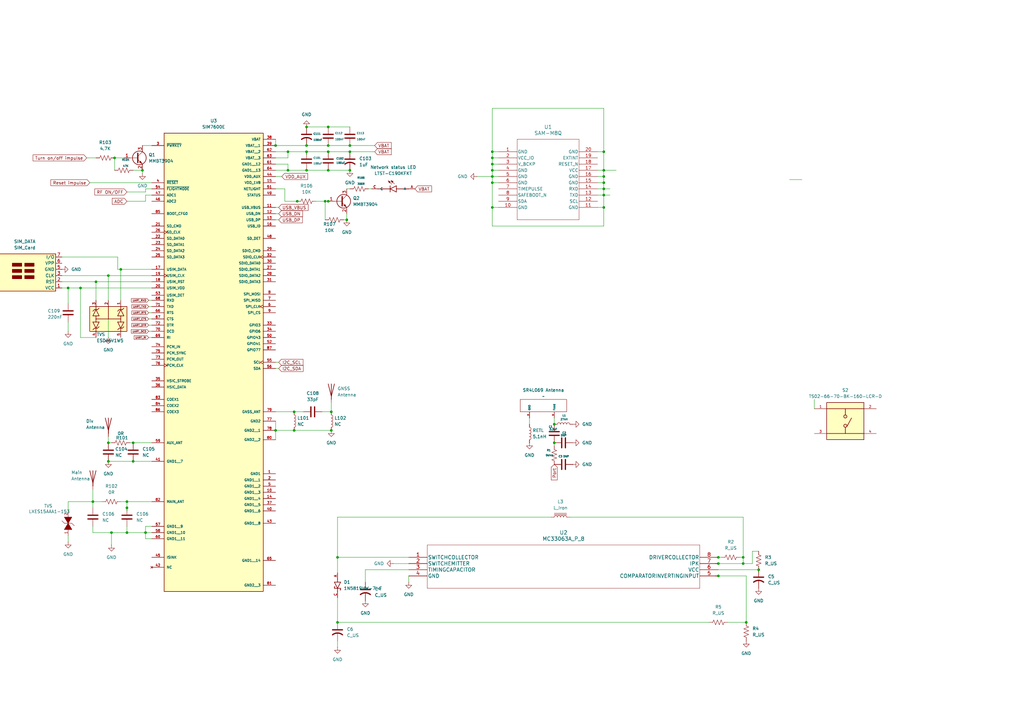
<source format=kicad_sch>
(kicad_sch (version 20250114) (generator "eeschema") (generator_version "9.0")
  (paper "A3")
  (lib_symbols
    (symbol "1N5819HW-7-F:1N5819HW-7-F" (pin_names (offset 1.016))
      (property "Reference" "D" (at -5.08 2.54 0))
      (property "Value" "1N5819HW-7-F" (at -5.08 -3.81 0))
      (symbol "1N5819HW-7-F_0_0"
        (pin passive line (at -5.08 0 0) (length 2.54) (name "~") (number "A"))
        (pin passive line (at 5.08 0 180) (length 2.54) (name "~") (number "C"))
      )
    )
    (symbol "2025-06-16_04-30-26:MC33063A_P_8" (pin_names (offset 0.254))
      (property "Reference" "U" (at 63.5 10.16 0))
      (property "Value" "MC33063A_P_8" (at 63.5 7.62 0))
      (symbol "MC33063A_P_8_1_1"
        (pin unspecified line (at 0 0 0) (length 7.62) (name "SWITCHCOLLECTOR") (number "1"))
        (pin unspecified line (at 0 -2.54 0) (length 7.62) (name "SWITCHEMITTER") (number "2"))
        (pin unspecified line (at 0 -5.08 0) (length 7.62) (name "TIMINGCAPACITOR") (number "3"))
        (pin unspecified line (at 0 -7.62 0) (length 7.62) (name "GND") (number "4"))
        (pin unspecified line (at 127 0 180) (length 7.62) (name "DRIVERCOLLECTOR") (number "8"))
        (pin unspecified line (at 127 -2.54 180) (length 7.62) (name "IPK") (number "7"))
        (pin unspecified line (at 127 -5.08 180) (length 7.62) (name "VCC") (number "6"))
        (pin unspecified line (at 127 -7.62 180) (length 7.62) (name "COMPARATORINVERTINGINPUT") (number "5"))
      )
    )
    (symbol "2025-06-16_21-13-40:SAM-M8Q" (pin_names (offset 0.254))
      (property "Reference" "U" (at 20.32 10.16 0))
      (property "Value" "SAM-M8Q" (at 20.32 7.62 0))
      (symbol "SAM-M8Q_0_1"
        (pin power_out line (at 0 0 0) (length 7.62) (name "GND") (number "1"))
        (pin power_in line (at 0 -2.54 0) (length 7.62) (name "VCC_IO") (number "2"))
        (pin unspecified line (at 0 -5.08 0) (length 7.62) (name "V_BCKP") (number "3"))
        (pin power_out line (at 0 -7.62 0) (length 7.62) (name "GND") (number "4"))
        (pin power_out line (at 0 -10.16 0) (length 7.62) (name "GND") (number "5"))
        (pin power_out line (at 0 -12.7 0) (length 7.62) (name "GND") (number "6"))
        (pin unspecified line (at 0 -15.24 0) (length 7.62) (name "TIMEPULSE") (number "7"))
        (pin unspecified line (at 0 -17.78 0) (length 7.62) (name "SAFEBOOT_N") (number "8"))
        (pin unspecified line (at 0 -20.32 0) (length 7.62) (name "SDA") (number "9"))
        (pin power_out line (at 0 -22.86 0) (length 7.62) (name "GND") (number "10"))
        (pin power_out line (at 40.64 0 180) (length 7.62) (name "GND") (number "20"))
        (pin unspecified line (at 40.64 -2.54 180) (length 7.62) (name "EXTINT") (number "19"))
        (pin unspecified line (at 40.64 -5.08 180) (length 7.62) (name "RESET_N") (number "18"))
        (pin power_in line (at 40.64 -7.62 180) (length 7.62) (name "VCC") (number "17"))
        (pin power_out line (at 40.64 -10.16 180) (length 7.62) (name "GND") (number "16"))
        (pin power_out line (at 40.64 -12.7 180) (length 7.62) (name "GND") (number "15"))
        (pin unspecified line (at 40.64 -15.24 180) (length 7.62) (name "RXD") (number "14"))
        (pin unspecified line (at 40.64 -20.32 180) (length 7.62) (name "SCL") (number "12"))
        (pin power_out line (at 40.64 -22.86 180) (length 7.62) (name "GND") (number "11"))
      )
      (symbol "SAM-M8Q_1_1"
        (pin unspecified line (at 40.64 -17.78 180) (length 7.62) (name "TXD") (number "13"))
      )
    )
    (symbol "Connector:SIM_Card"
      (property "Reference" "J" (at -2.54 12.7 0))
      (property "Value" "SIM_Card" (at -1.27 10.16 0))
      (symbol "SIM_Card_1_1"
        (pin power_in line (at -12.7 7.62 0) (length 2.54) (name "VCC") (number "1"))
        (pin input line (at -12.7 5.08 0) (length 2.54) (name "RST") (number "2"))
        (pin input line (at -12.7 2.54 0) (length 2.54) (name "CLK") (number "3"))
        (pin power_in line (at -12.7 0 0) (length 2.54) (name "GND") (number "5"))
        (pin input line (at -12.7 -2.54 0) (length 2.54) (name "VPP") (number "6"))
        (pin bidirectional line (at -12.7 -5.08 0) (length 2.54) (name "I/O") (number "7"))
      )
    )
    (symbol "Device:Antenna" (pin_numbers (hide yes)) (pin_names (offset 1.016) (hide yes))
      (property "Reference" "AE" (at -1.905 1.905 0))
      (property "Value" "Antenna" (at -1.905 0 0))
      (symbol "Antenna_1_1"
        (pin input line (at 0 -5.08 90) (length 2.54) (name "A") (number "1"))
      )
    )
    (symbol "Device:C" (pin_numbers (hide yes)) (pin_names (offset 0.254))
      (property "Reference" "C" (at 0.635 2.54 0))
      (property "Value" "C" (at 0.635 -2.54 0))
      (symbol "C_1_1"
        (pin passive line (at 0 3.81 270) (length 2.794) (name "~") (number "1"))
        (pin passive line (at 0 -3.81 90) (length 2.794) (name "~") (number "2"))
      )
    )
    (symbol "Device:C_US" (pin_numbers (hide yes)) (pin_names (offset 0.254) (hide yes))
      (property "Reference" "C" (at 0.635 2.54 0))
      (property "Value" "C_US" (at 0.635 -2.54 0))
      (symbol "C_US_1_1"
        (pin passive line (at 0 3.81 270) (length 2.794) (name "~") (number "1"))
        (pin passive line (at 0 -3.81 90) (length 3.302) (name "~") (number "2"))
      )
    )
    (symbol "Device:L" (pin_numbers (hide yes)) (pin_names (offset 1.016) (hide yes))
      (property "Reference" "L" (at -1.27 0 90))
      (property "Value" "L" (at 1.905 0 90))
      (symbol "L_1_1"
        (pin passive line (at 0 3.81 270) (length 1.27) (name "1") (number "1"))
        (pin passive line (at 0 -3.81 90) (length 1.27) (name "2") (number "2"))
      )
    )
    (symbol "Device:L_Iron" (pin_numbers (hide yes)) (pin_names (offset 1.016) (hide yes))
      (property "Reference" "L" (at -1.27 0 90))
      (property "Value" "L_Iron" (at 2.794 0 90))
      (symbol "L_Iron_1_1"
        (pin passive line (at 0 3.81 270) (length 1.27) (name "1") (number "1"))
        (pin passive line (at 0 -3.81 90) (length 1.27) (name "2") (number "2"))
      )
    )
    (symbol "Device:R_US" (pin_numbers (hide yes)) (pin_names (offset 0))
      (property "Reference" "R" (at 2.54 0 90))
      (property "Value" "R_US" (at -2.54 0 90))
      (symbol "R_US_1_1"
        (pin passive line (at 0 3.81 270) (length 1.27) (name "~") (number "1"))
        (pin passive line (at 0 -3.81 90) (length 1.27) (name "~") (number "2"))
      )
    )
    (symbol "ESDA6V1W5:ESDA6V1W5" (pin_names (offset 1.016))
      (property "Reference" "D" (at -5.08 8.89 0))
      (property "Value" "ESDA6V1W5" (at -5.08 -8.89 0))
      (symbol "ESDA6V1W5_0_0"
        (pin passive line (at -7.62 5.08 0) (length 2.54) (name "~") (number "1"))
        (pin passive line (at -7.62 0 0) (length 2.54) (name "~") (number "2"))
        (pin passive line (at -7.62 -5.08 0) (length 2.54) (name "~") (number "3"))
        (pin passive line (at 7.62 5.08 180) (length 2.54) (name "~") (number "5"))
        (pin passive line (at 7.62 -5.08 180) (length 2.54) (name "~") (number "4"))
      )
    )
    (symbol "LTST-C190KFKT:LTST-C190KFKT" (pin_names (offset 1.016))
      (property "Reference" "D" (at -2.0336 4.0671 0))
      (property "Value" "LTST-C190KFKT" (at -2.0335 -3.8128 0))
      (symbol "LTST-C190KFKT_0_0"
        (pin passive line (at -7.62 0 0) (length 2.54) (name "C") (number "C"))
        (pin passive line (at 10.16 0 180) (length 2.54) (name "A") (number "A"))
      )
    )
    (symbol "LXES15AAA1-153:LXES15AAA1-153" (pin_names (offset 1.016))
      (property "Reference" "L" (at -5.1057 4.4578 0))
      (property "Value" "LXES15AAA1-153" (at -5.0984 -5.0929 0))
      (symbol "LXES15AAA1-153_0_0"
        (pin passive line (at -5.08 0 0) (length 2.54) (name "~") (number "1"))
        (pin passive line (at 5.08 0 180) (length 2.54) (name "~") (number "2"))
      )
    )
    (symbol "SIM7600E_v6:SIM7600E" (pin_names (offset 1.016))
      (property "Reference" "U3" (at 0 73.66 0))
      (property "Value" "SIM7600E" (at 0 71.12 0))
      (symbol "SIM7600E_0_0"
        (pin input line (at -25.4 63.5 0) (length 5.08) (name "~{PWRKEY}") (number "3"))
        (pin input line (at -25.4 48.26 0) (length 5.08) (name "~{RESET}") (number "4"))
        (pin input line (at -25.4 45.72 0) (length 5.08) (name "~{FLIGHTMODE}") (number "54"))
        (pin input line (at -25.4 43.18 0) (length 5.08) (name "ADC1") (number "47"))
        (pin input line (at -25.4 40.64 0) (length 5.08) (name "ADC2") (number "46"))
        (pin input line (at -25.4 35.56 0) (length 5.08) (name "BOOT_CFG0") (number "85"))
        (pin output line (at -25.4 30.48 0) (length 5.08) (name "SD_CMD") (number "21"))
        (pin output clock (at -25.4 27.94 0) (length 5.08) (name "SD_CLK") (number "26"))
        (pin bidirectional line (at -25.4 25.4 0) (length 5.08) (name "SD_DATA0") (number "22"))
        (pin bidirectional line (at -25.4 22.86 0) (length 5.08) (name "SD_DATA1") (number "23"))
        (pin bidirectional line (at -25.4 20.32 0) (length 5.08) (name "SD_DATA2") (number "24"))
        (pin bidirectional line (at -25.4 17.78 0) (length 5.08) (name "SD_DATA3") (number "25"))
        (pin bidirectional line (at -25.4 12.7 0) (length 5.08) (name "USIM_DATA") (number "17"))
        (pin output clock (at -25.4 10.16 0) (length 5.08) (name "USIM_CLK") (number "19"))
        (pin output line (at -25.4 7.62 0) (length 5.08) (name "USIM_RST") (number "18"))
        (pin power_in line (at -25.4 5.08 0) (length 5.08) (name "USIM_VDD") (number "20"))
        (pin bidirectional line (at -25.4 2.08 0) (length 5.08) (name "USIM_DET") (number "53"))
        (pin input line (at -25.4 0 0) (length 5.08) (name "RXD") (number "68"))
        (pin output line (at -25.4 -2.54 0) (length 5.08) (name "TXD") (number "71"))
        (pin output line (at -25.4 -5.08 0) (length 5.08) (name "RTS") (number "66"))
        (pin input line (at -25.4 -7.62 0) (length 5.08) (name "CTS") (number "67"))
        (pin input line (at -25.4 -10.16 0) (length 5.08) (name "DTR") (number "72"))
        (pin output line (at -25.4 -12.7 0) (length 5.08) (name "DCD") (number "70"))
        (pin output line (at -25.4 -15.24 0) (length 5.08) (name "RI") (number "69"))
        (pin input line (at -25.4 -19.05 0) (length 5.08) (name "PCM_IN") (number "74"))
        (pin output line (at -25.4 -21.59 0) (length 5.08) (name "PCM_SYNC") (number "75"))
        (pin output line (at -25.4 -24.13 0) (length 5.08) (name "PCM_OUT") (number "73"))
        (pin output clock (at -25.4 -26.67 0) (length 5.08) (name "PCM_CLK") (number "76"))
        (pin output line (at -25.4 -33.02 0) (length 5.08) (name "HSIC_STROBE") (number "35"))
        (pin bidirectional line (at -25.4 -35.56 0) (length 5.08) (name "HSIC_DATA") (number "36"))
        (pin bidirectional line (at -25.4 -40.64 0) (length 5.08) (name "COEX1") (number "83"))
        (pin bidirectional line (at -25.4 -43.18 0) (length 5.08) (name "COEX2") (number "84"))
        (pin bidirectional line (at -25.4 -45.72 0) (length 5.08) (name "COEX3") (number "86"))
        (pin input line (at -25.4 -58.42 0) (length 5.08) (name "AUX_ANT") (number "59"))
        (pin power_in line (at -25.4 -66.04 0) (length 5.08) (name "GND1__7") (number "41"))
        (pin bidirectional line (at -25.4 -82.55 0) (length 5.08) (name "MAIN_ANT") (number "82"))
        (pin power_in line (at -25.4 -92.71 0) (length 5.08) (name "GND1__9") (number "57"))
        (pin power_in line (at -25.4 -95.25 0) (length 5.08) (name "GND1__10") (number "58"))
        (pin power_in line (at -25.4 -97.79 0) (length 5.08) (name "GND1__11") (number "60"))
        (pin input line (at -25.4 -105.41 0) (length 5.08) (name "ISINK") (number "45"))
        (pin no_connect line (at -25.4 -109.49 0) (length 5.08) (name "NC") (number "42"))
        (pin power_in line (at 25.4 66.04 180) (length 5.08) (name "VBAT") (number "38"))
        (pin power_in line (at 25.4 63.5 180) (length 5.08) (name "VBAT__1") (number "39"))
        (pin power_in line (at 25.4 60.96 180) (length 5.08) (name "VBAT__2") (number "62"))
        (pin power_in line (at 25.4 58.42 180) (length 5.08) (name "VBAT__3") (number "63"))
        (pin power_in line (at 25.4 55.88 180) (length 5.08) (name "GND1__12") (number "61"))
        (pin power_in line (at 25.4 53.34 180) (length 5.08) (name "GND1__13") (number "64"))
        (pin power_in line (at 25.4 50.8 180) (length 5.08) (name "VDD_AUX") (number "44"))
        (pin power_in line (at 25.4 48.26 180) (length 5.08) (name "VDD_1V8") (number "15"))
        (pin output line (at 25.4 45.72 180) (length 5.08) (name "NETLIGHT") (number "51"))
        (pin output line (at 25.4 43.18 180) (length 5.08) (name "STATUS") (number "49"))
        (pin input line (at 25.4 38.1 180) (length 5.08) (name "USB_VBUS") (number "11"))
        (pin bidirectional line (at 25.4 35.56 180) (length 5.08) (name "USB_DN") (number "12"))
        (pin bidirectional line (at 25.4 33.02 180) (length 5.08) (name "USB_DP") (number "13"))
        (pin input line (at 25.4 30.48 180) (length 5.08) (name "USB_ID") (number "16"))
        (pin bidirectional line (at 25.4 25.4 180) (length 5.08) (name "SD_DET") (number "48"))
        (pin output line (at 25.4 20.32 180) (length 5.08) (name "SDIO_CMD") (number "29"))
        (pin output clock (at 25.4 17.78 180) (length 5.08) (name "SDIO_CLK") (number "32"))
        (pin bidirectional line (at 25.4 15.24 180) (length 5.08) (name "SDIO_DATA0") (number "30"))
        (pin bidirectional line (at 25.4 12.7 180) (length 5.08) (name "SDIO_DATA1") (number "27"))
        (pin bidirectional line (at 25.4 10.16 180) (length 5.08) (name "SDIO_DATA2") (number "28"))
        (pin bidirectional line (at 25.4 7.62 180) (length 5.08) (name "SDIO_DATA3") (number "31"))
        (pin output line (at 25.4 2.54 180) (length 5.08) (name "SPI_MOSI") (number "8"))
        (pin input line (at 25.4 0 180) (length 5.08) (name "SPI_MISO") (number "7"))
        (pin output clock (at 25.4 -2.54 180) (length 5.08) (name "SPI_CLK") (number "6"))
        (pin output line (at 25.4 -5.08 180) (length 5.08) (name "SPI_CS") (number "9"))
        (pin bidirectional line (at 25.4 -10.16 180) (length 5.08) (name "GPIO3") (number "33"))
        (pin bidirectional line (at 25.4 -12.7 180) (length 5.08) (name "GPIO6") (number "34"))
        (pin bidirectional line (at 25.4 -15.24 180) (length 5.08) (name "GPIO43") (number "50"))
        (pin bidirectional line (at 25.4 -17.78 180) (length 5.08) (name "GPIO41") (number "52"))
        (pin bidirectional line (at 25.4 -20.32 180) (length 5.08) (name "GPIO77") (number "87"))
        (pin output clock (at 25.4 -25.4 180) (length 5.08) (name "SCL") (number "55"))
        (pin bidirectional line (at 25.4 -27.94 180) (length 5.08) (name "SDA") (number "56"))
        (pin input line (at 25.4 -45.72 180) (length 5.08) (name "GNSS_ANT") (number "79"))
        (pin power_in line (at 25.4 -49.53 180) (length 5.08) (name "GND2") (number "77"))
        (pin power_in line (at 25.4 -53.34 180) (length 5.08) (name "GND2__1") (number "78"))
        (pin power_in line (at 25.4 -71.12 180) (length 5.08) (name "GND1") (number "1"))
        (pin power_in line (at 25.4 -73.66 180) (length 5.08) (name "GND1__1") (number "2"))
        (pin power_in line (at 25.4 -76.2 180) (length 5.08) (name "GND1__2") (number "5"))
        (pin power_in line (at 25.4 -78.74 180) (length 5.08) (name "GND1__3") (number "10"))
        (pin power_in line (at 25.4 -81.28 180) (length 5.08) (name "GND1__4") (number "14"))
        (pin power_in line (at 25.4 -83.82 180) (length 5.08) (name "GND1__5") (number "37"))
        (pin power_in line (at 25.4 -86.36 180) (length 5.08) (name "GND1__6") (number "40"))
        (pin power_in line (at 25.4 -91.44 180) (length 5.08) (name "GND1__8") (number "43"))
        (pin power_in line (at 25.4 -106.68 180) (length 5.08) (name "GND1__14") (number "65"))
        (pin power_in line (at 25.4 -116.84 180) (length 5.08) (name "GND2__3") (number "81"))
      )
      (symbol "SIM7600E_1_0"
        (pin power_in line (at 25.4 -57.15 180) (length 5.08) (name "GND2__2") (number "80"))
      )
    )
    (symbol "TS02-66-70-BK-160-LCR-D:TS02-66-70-BK-160-LCR-D" (pin_names (offset 1.016) (hide yes))
      (property "Reference" "S" (at -7.62 8.382 0))
      (property "Value" "TS02-66-70-BK-160-LCR-D" (at -7.62 -8.382 0))
      (symbol "TS02-66-70-BK-160-LCR-D_0_0"
        (pin passive line (at -12.7 5.08 0) (length 5.08) (name "~") (number "1"))
        (pin passive line (at -12.7 -5.08 0) (length 5.08) (name "~") (number "3"))
        (pin passive line (at 12.7 5.08 180) (length 5.08) (name "~") (number "2"))
        (pin passive line (at 12.7 -5.08 180) (length 5.08) (name "~") (number "4"))
      )
    )
    (symbol "Transistor_BJT:MMBT3904" (pin_names (offset 0) (hide yes))
      (property "Reference" "Q" (at 5.08 1.905 0))
      (property "Value" "MMBT3904" (at 5.08 0 0))
      (symbol "MMBT3904_1_1"
        (pin input line (at -5.08 0 0) (length 2.54) (name "B") (number "1"))
        (pin passive line (at 2.54 5.08 270) (length 2.54) (name "C") (number "3"))
        (pin passive line (at 2.54 -5.08 90) (length 2.54) (name "E") (number "2"))
      )
    )
    (symbol "power:GND" (power) (pin_numbers (hide yes)) (pin_names (offset 0) (hide yes))
      (property "Value" "GND" (at 0 -3.81 0))
      (symbol "GND_1_1"
        (pin power_in line (at 0 0 270) (length 0) (name "~") (number "1"))
      )
    )
    (symbol "sim7600:SR4L069"
      (property "Reference" "A" (at 0 0 0))
      (symbol "SR4L069_1_1"
        (pin bidirectional line (at -6.35 -11.43 90) (length 2.54) (name "GND") (number "2"))
        (pin bidirectional line (at 3.81 -11.43 90) (length 2.54) (name "Feed") (number "5"))
      )
    )
  )
  (junction (at 135.89 168.91))
  (junction (at 125.73 69.85))
  (junction (at 134.62 59.69))
  (junction (at 138.43 228.6))
  (junction (at 46.99 64.77))
  (junction (at 247.65 85.09))
  (junction (at 120.65 168.91))
  (junction (at 304.8 228.6))
  (junction (at 247.65 77.47))
  (junction (at 133.35 82.55))
  (junction (at 44.45 181.61))
  (junction (at 27.94 118.11))
  (junction (at 247.65 69.85))
  (junction (at 311.15 233.68))
  (junction (at 45.72 218.44))
  (junction (at 125.73 59.69))
  (junction (at 52.07 205.74))
  (junction (at 134.62 52.07))
  (junction (at 201.93 69.85))
  (junction (at 121.92 82.55))
  (junction (at 201.93 64.77))
  (junction (at 247.65 62.23))
  (junction (at 247.65 74.93))
  (junction (at 138.43 255.27))
  (junction (at 59.69 218.44))
  (junction (at 201.93 74.93))
  (junction (at 247.65 72.39))
  (junction (at 44.45 189.23))
  (junction (at 125.73 62.23))
  (junction (at 201.93 62.23))
  (junction (at 142.24 90.17))
  (junction (at 44.45 113.03))
  (junction (at 294.64 236.22))
  (junction (at 135.89 176.53))
  (junction (at 304.8 231.14))
  (junction (at 306.07 255.27))
  (junction (at 118.11 69.85))
  (junction (at 118.11 62.23))
  (junction (at 294.64 228.6))
  (junction (at 33.02 118.11))
  (junction (at 143.51 62.23))
  (junction (at 49.53 110.49))
  (junction (at 39.37 115.57))
  (junction (at 125.73 52.07))
  (junction (at 134.62 82.55))
  (junction (at 143.51 69.85))
  (junction (at 201.93 72.39))
  (junction (at 294.64 231.14))
  (junction (at 227.33 181.61))
  (junction (at 134.62 62.23))
  (junction (at 134.62 69.85))
  (junction (at 54.61 181.61))
  (junction (at 201.93 85.09))
  (junction (at 52.07 218.44))
  (junction (at 52.07 208.28))
  (junction (at 143.51 59.69))
  (junction (at 58.42 69.85))
  (junction (at 38.1 205.74))
  (junction (at 54.61 189.23))
  (junction (at 113.03 176.53))
  (junction (at 247.65 80.01))
  (junction (at 113.03 59.69))
  (junction (at 227.33 173.99))
  (junction (at 120.65 176.53))
  (junction (at 201.93 67.31))
  (wire (pts (xy 134.62 59.69) (xy 143.51 59.69)))
  (wire (pts (xy 60.96 128.27) (xy 62.23 128.27)))
  (wire (pts (xy 138.43 228.6) (xy 138.43 234.95)))
  (wire (pts (xy 60.96 133.35) (xy 62.23 133.35)))
  (wire (pts (xy 134.62 62.23) (xy 143.51 62.23)))
  (wire (pts (xy 247.65 74.93) (xy 245.11 74.93)))
  (wire (pts (xy 304.8 231.14) (xy 308.61 231.14)))
  (wire (pts (xy 62.23 220.98) (xy 59.69 220.98)))
  (wire (pts (xy 60.96 125.73) (xy 62.23 125.73)))
  (wire (pts (xy 62.23 77.47) (xy 59.69 77.47)))
  (wire (pts (xy 247.65 80.01) (xy 247.65 77.47)))
  (wire (pts (xy 44.45 113.03) (xy 44.45 123.19)))
  (wire (pts (xy 62.23 205.74) (xy 52.07 205.74)))
  (wire (pts (xy 60.96 123.19) (xy 62.23 123.19)))
  (wire (pts (xy 52.07 78.74) (xy 59.69 78.74)))
  (wire (pts (xy 113.03 57.15) (xy 113.03 59.69)))
  (wire (pts (xy 113.03 62.23) (xy 118.11 62.23)))
  (wire (pts (xy 201.93 67.31) (xy 201.93 69.85)))
  (wire (pts (xy 25.4 105.41) (xy 48.26 105.41)))
  (wire (pts (xy 247.65 80.01) (xy 250.19 80.01)))
  (wire (pts (xy 308.61 231.14) (xy 308.61 226.06)))
  (wire (pts (xy 201.93 74.93) (xy 201.93 85.09)))
  (wire (pts (xy 59.69 218.44) (xy 62.23 218.44)))
  (wire (pts (xy 304.8 228.6) (xy 304.8 231.14)))
  (wire (pts (xy 113.03 151.13) (xy 114.3 151.13)))
  (wire (pts (xy 135.89 165.1) (xy 135.89 168.91)))
  (wire (pts (xy 294.64 233.68) (xy 311.15 233.68)))
  (wire (pts (xy 113.03 77.47) (xy 116.84 77.47)))
  (wire (pts (xy 293.37 236.22) (xy 294.64 236.22)))
  (wire (pts (xy 58.42 69.85) (xy 58.42 71.12)))
  (wire (pts (xy 247.65 74.93) (xy 247.65 72.39)))
  (wire (pts (xy 138.43 245.11) (xy 138.43 255.27)))
  (wire (pts (xy 27.94 118.11) (xy 33.02 118.11)))
  (wire (pts (xy 45.72 218.44) (xy 52.07 218.44)))
  (wire (pts (xy 334.01 167.64) (xy 334.01 163.83)))
  (wire (pts (xy 143.51 59.69) (xy 153.67 59.69)))
  (wire (pts (xy 54.61 69.85) (xy 58.42 69.85)))
  (wire (pts (xy 27.94 219.71) (xy 27.94 222.25)))
  (wire (pts (xy 247.65 72.39) (xy 245.11 72.39)))
  (wire (pts (xy 204.47 74.93) (xy 201.93 74.93)))
  (wire (pts (xy 59.69 215.9) (xy 62.23 215.9)))
  (wire (pts (xy 132.08 168.91) (xy 135.89 168.91)))
  (wire (pts (xy 247.65 69.85) (xy 245.11 69.85)))
  (wire (pts (xy 35.56 64.77) (xy 39.37 64.77)))
  (wire (pts (xy 142.24 87.63) (xy 142.24 90.17)))
  (wire (pts (xy 113.03 69.85) (xy 118.11 69.85)))
  (wire (pts (xy 227.33 173.99) (xy 227.33 176.53)))
  (wire (pts (xy 46.99 64.77) (xy 50.8 64.77)))
  (wire (pts (xy 54.61 189.23) (xy 62.23 189.23)))
  (wire (pts (xy 39.37 115.57) (xy 39.37 123.19)))
  (wire (pts (xy 118.11 69.85) (xy 125.73 69.85)))
  (wire (pts (xy 113.03 85.09) (xy 114.3 85.09)))
  (wire (pts (xy 27.94 205.74) (xy 27.94 209.55)))
  (wire (pts (xy 138.43 212.09) (xy 138.43 228.6)))
  (wire (pts (xy 201.93 67.31) (xy 204.47 67.31)))
  (wire (pts (xy 201.93 69.85) (xy 204.47 69.85)))
  (wire (pts (xy 52.07 205.74) (xy 52.07 208.28)))
  (wire (pts (xy 52.07 208.28) (xy 52.07 209.55)))
  (wire (pts (xy 303.53 228.6) (xy 304.8 228.6)))
  (wire (pts (xy 33.02 138.43) (xy 33.02 118.11)))
  (wire (pts (xy 201.93 85.09) (xy 201.93 92.71)))
  (wire (pts (xy 45.72 181.61) (xy 44.45 181.61)))
  (wire (pts (xy 247.65 85.09) (xy 247.65 80.01)))
  (wire (pts (xy 294.64 236.22) (xy 306.07 236.22)))
  (wire (pts (xy 247.65 62.23) (xy 247.65 44.45)))
  (wire (pts (xy 293.37 228.6) (xy 294.64 228.6)))
  (wire (pts (xy 38.1 218.44) (xy 45.72 218.44)))
  (wire (pts (xy 201.93 62.23) (xy 201.93 64.77)))
  (wire (pts (xy 294.64 228.6) (xy 295.91 228.6)))
  (wire (pts (xy 247.65 85.09) (xy 245.11 85.09)))
  (wire (pts (xy 120.65 168.91) (xy 124.46 168.91)))
  (wire (pts (xy 294.64 231.14) (xy 304.8 231.14)))
  (wire (pts (xy 195.58 72.39) (xy 201.93 72.39)))
  (wire (pts (xy 49.53 205.74) (xy 52.07 205.74)))
  (wire (pts (xy 113.03 148.59) (xy 114.3 148.59)))
  (wire (pts (xy 149.86 233.68) (xy 149.86 238.76)))
  (wire (pts (xy 306.07 255.27) (xy 306.07 236.22)))
  (wire (pts (xy 59.69 77.47) (xy 59.69 78.74)))
  (wire (pts (xy 134.62 52.07) (xy 143.51 52.07)))
  (wire (pts (xy 44.45 189.23) (xy 54.61 189.23)))
  (wire (pts (xy 59.69 215.9) (xy 59.69 218.44)))
  (wire (pts (xy 113.03 172.72) (xy 113.03 176.53)))
  (wire (pts (xy 118.11 62.23) (xy 118.11 64.77)))
  (wire (pts (xy 113.03 87.63) (xy 114.3 87.63)))
  (wire (pts (xy 138.43 262.89) (xy 138.43 265.43)))
  (wire (pts (xy 293.37 231.14) (xy 294.64 231.14)))
  (wire (pts (xy 201.93 72.39) (xy 204.47 72.39)))
  (wire (pts (xy 44.45 113.03) (xy 62.23 113.03)))
  (wire (pts (xy 233.68 212.09) (xy 304.8 212.09)))
  (wire (pts (xy 39.37 138.43) (xy 33.02 138.43)))
  (wire (pts (xy 217.17 171.45) (xy 217.17 173.99)))
  (wire (pts (xy 54.61 181.61) (xy 53.34 181.61)))
  (wire (pts (xy 52.07 82.55) (xy 59.69 82.55)))
  (wire (pts (xy 39.37 115.57) (xy 62.23 115.57)))
  (wire (pts (xy 138.43 212.09) (xy 226.06 212.09)))
  (wire (pts (xy 134.62 82.55) (xy 135.89 82.55)))
  (wire (pts (xy 60.96 135.89) (xy 62.23 135.89)))
  (wire (pts (xy 125.73 62.23) (xy 125.73 63.5)))
  (wire (pts (xy 151.13 77.47) (xy 152.4 77.47)))
  (wire (pts (xy 201.93 44.45) (xy 201.93 62.23)))
  (wire (pts (xy 113.03 59.69) (xy 125.73 59.69)))
  (wire (pts (xy 138.43 255.27) (xy 290.83 255.27)))
  (wire (pts (xy 48.26 110.49) (xy 49.53 110.49)))
  (wire (pts (xy 247.65 69.85) (xy 247.65 62.23)))
  (wire (pts (xy 60.96 130.81) (xy 62.23 130.81)))
  (wire (pts (xy 134.62 69.85) (xy 143.51 69.85)))
  (wire (pts (xy 52.07 215.9) (xy 52.07 218.44)))
  (wire (pts (xy 59.69 80.01) (xy 59.69 82.55)))
  (wire (pts (xy 38.1 200.66) (xy 38.1 205.74)))
  (wire (pts (xy 121.92 82.55) (xy 123.19 82.55)))
  (wire (pts (xy 113.03 67.31) (xy 118.11 67.31)))
  (wire (pts (xy 201.93 85.09) (xy 204.47 85.09)))
  (wire (pts (xy 27.94 118.11) (xy 27.94 124.46)))
  (wire (pts (xy 247.65 92.71) (xy 247.65 85.09)))
  (wire (pts (xy 25.4 115.57) (xy 39.37 115.57)))
  (wire (pts (xy 46.99 64.77) (xy 46.99 69.85)))
  (wire (pts (xy 227.33 181.61) (xy 227.33 182.88)))
  (wire (pts (xy 49.53 110.49) (xy 49.53 123.19)))
  (wire (pts (xy 44.45 130.81) (xy 44.45 138.43)))
  (wire (pts (xy 247.65 62.23) (xy 245.11 62.23)))
  (wire (pts (xy 133.35 82.55) (xy 133.35 90.17)))
  (wire (pts (xy 58.42 59.69) (xy 62.23 59.69)))
  (wire (pts (xy 113.03 168.91) (xy 120.65 168.91)))
  (wire (pts (xy 167.64 233.68) (xy 149.86 233.68)))
  (wire (pts (xy 201.93 64.77) (xy 204.47 64.77)))
  (wire (pts (xy 247.65 44.45) (xy 201.93 44.45)))
  (wire (pts (xy 118.11 62.23) (xy 125.73 62.23)))
  (wire (pts (xy 113.03 176.53) (xy 113.03 180.34)))
  (wire (pts (xy 142.24 77.47) (xy 143.51 77.47)))
  (wire (pts (xy 140.97 90.17) (xy 142.24 90.17)))
  (wire (pts (xy 49.53 110.49) (xy 62.23 110.49)))
  (wire (pts (xy 125.73 52.07) (xy 134.62 52.07)))
  (wire (pts (xy 116.84 82.55) (xy 121.92 82.55)))
  (wire (pts (xy 247.65 77.47) (xy 245.11 77.47)))
  (wire (pts (xy 25.4 118.11) (xy 27.94 118.11)))
  (wire (pts (xy 245.11 80.01) (xy 247.65 80.01)))
  (wire (pts (xy 201.93 64.77) (xy 201.93 67.31)))
  (wire (pts (xy 311.15 233.68) (xy 311.15 234.95)))
  (wire (pts (xy 204.47 62.23) (xy 201.93 62.23)))
  (wire (pts (xy 59.69 218.44) (xy 59.69 220.98)))
  (wire (pts (xy 125.73 69.85) (xy 134.62 69.85)))
  (wire (pts (xy 304.8 212.09) (xy 304.8 228.6)))
  (wire (pts (xy 167.64 236.22) (xy 167.64 238.76)))
  (wire (pts (xy 298.45 255.27) (xy 306.07 255.27)))
  (wire (pts (xy 167.64 228.6) (xy 138.43 228.6)))
  (wire (pts (xy 113.03 64.77) (xy 118.11 64.77)))
  (wire (pts (xy 38.1 205.74) (xy 27.94 205.74)))
  (wire (pts (xy 201.93 92.71) (xy 247.65 92.71)))
  (wire (pts (xy 52.07 218.44) (xy 59.69 218.44)))
  (wire (pts (xy 25.4 113.03) (xy 44.45 113.03)))
  (wire (pts (xy 328.93 73.66) (xy 323.85 73.66)))
  (wire (pts (xy 247.65 77.47) (xy 250.19 77.47)))
  (wire (pts (xy 201.93 69.85) (xy 201.93 72.39)))
  (wire (pts (xy 36.83 74.93) (xy 62.23 74.93)))
  (wire (pts (xy 120.65 176.53) (xy 135.89 176.53)))
  (wire (pts (xy 41.91 205.74) (xy 38.1 205.74)))
  (wire (pts (xy 125.73 59.69) (xy 134.62 59.69)))
  (wire (pts (xy 113.03 176.53) (xy 120.65 176.53)))
  (wire (pts (xy 161.29 231.14) (xy 167.64 231.14)))
  (wire (pts (xy 116.84 77.47) (xy 116.84 82.55)))
  (wire (pts (xy 308.61 226.06) (xy 311.15 226.06)))
  (wire (pts (xy 113.03 90.17) (xy 114.3 90.17)))
  (wire (pts (xy 27.94 132.08) (xy 27.94 135.89)))
  (wire (pts (xy 201.93 72.39) (xy 201.93 74.93)))
  (wire (pts (xy 48.26 105.41) (xy 48.26 110.49)))
  (wire (pts (xy 129.54 82.55) (xy 133.35 82.55)))
  (wire (pts (xy 38.1 205.74) (xy 38.1 208.28)))
  (wire (pts (xy 33.02 118.11) (xy 62.23 118.11)))
  (wire (pts (xy 133.35 82.55) (xy 134.62 82.55)))
  (wire (pts (xy 44.45 179.07) (xy 44.45 181.61)))
  (wire (pts (xy 247.65 77.47) (xy 247.65 74.93)))
  (wire (pts (xy 227.33 171.45) (xy 227.33 173.99)))
  (wire (pts (xy 62.23 181.61) (xy 54.61 181.61)))
  (wire (pts (xy 60.96 138.43) (xy 62.23 138.43)))
  (wire (pts (xy 45.72 218.44) (xy 45.72 223.52)))
  (wire (pts (xy 38.1 215.9) (xy 38.1 218.44)))
  (wire (pts (xy 247.65 69.85) (xy 252.73 69.85)))
  (wire (pts (xy 113.03 72.39) (xy 115.57 72.39)))
  (wire (pts (xy 118.11 69.85) (xy 118.11 67.31)))
  (wire (pts (xy 62.23 80.01) (xy 59.69 80.01)))
  (wire (pts (xy 143.51 62.23) (xy 153.67 62.23)))
  (wire (pts (xy 125.73 62.23) (xy 134.62 62.23)))
  (wire (pts (xy 247.65 72.39) (xy 247.65 69.85)))
  (global_label "UART_CTS" (shape input) (at 60.96 130.81 180) (effects (font (size 0.762 0.762))) (property "Intersheetrefs" "${INTERSHEET_REFS}" (effects (hide yes))))
  (global_label "UART_DCD" (shape input) (at 60.96 135.89 180) (effects (font (size 0.762 0.762))) (property "Intersheetrefs" "${INTERSHEET_REFS}" (effects (hide yes))))
  (global_label "USB_DN" (shape input) (at 114.3 87.63 0) (property "Intersheetrefs" "${INTERSHEET_REFS}" (effects (hide yes))))
  (global_label "USB_VBUS" (shape input) (at 114.3 85.09 0) (property "Intersheetrefs" "${INTERSHEET_REFS}" (effects (hide yes))))
  (global_label "VBAT" (shape input) (at 170.18 77.47 0) (property "Intersheetrefs" "${INTERSHEET_REFS}" (effects (hide yes))))
  (global_label "UART_RI" (shape input) (at 60.96 138.43 180) (effects (font (size 0.762 0.762))) (property "Intersheetrefs" "${INTERSHEET_REFS}" (effects (hide yes))))
  (global_label "ADC" (shape input) (at 52.07 82.55 180) (property "Intersheetrefs" "${INTERSHEET_REFS}" (effects (hide yes))))
  (global_label "UART_RXD" (shape input) (at 60.96 123.19 180) (effects (font (size 0.762 0.762))) (property "Intersheetrefs" "${INTERSHEET_REFS}" (effects (hide yes))))
  (global_label "VBAT" (shape input) (at 153.67 62.23 0) (property "Intersheetrefs" "${INTERSHEET_REFS}" (effects (hide yes))))
  (global_label "RF ON{slash}OFF" (shape input) (at 52.07 78.74 180) (property "Intersheetrefs" "${INTERSHEET_REFS}" (effects (hide yes))))
  (global_label "Reset impulse" (shape input) (at 36.83 74.93 180) (property "Intersheetrefs" "${INTERSHEET_REFS}" (effects (hide yes))))
  (global_label "I2C_SDA" (shape input) (at 114.3 151.13 0) (property "Intersheetrefs" "${INTERSHEET_REFS}" (effects (hide yes))))
  (global_label "VBAT" (shape input) (at 153.67 59.69 0) (property "Intersheetrefs" "${INTERSHEET_REFS}" (effects (hide yes))))
  (global_label "UART_TXD" (shape input) (at 60.96 125.73 180) (effects (font (size 0.762 0.762))) (property "Intersheetrefs" "${INTERSHEET_REFS}" (effects (hide yes))))
  (global_label "UART_RTS" (shape input) (at 60.96 128.27 180) (effects (font (size 0.762 0.762))) (property "Intersheetrefs" "${INTERSHEET_REFS}" (effects (hide yes))))
  (global_label "UART_DTR" (shape input) (at 60.96 133.35 180) (effects (font (size 0.762 0.762))) (property "Intersheetrefs" "${INTERSHEET_REFS}" (effects (hide yes))))
  (global_label "I2C_SCL" (shape input) (at 114.3 148.59 0) (property "Intersheetrefs" "${INTERSHEET_REFS}" (effects (hide yes))))
  (global_label "USB_DP" (shape input) (at 114.3 90.17 0) (property "Intersheetrefs" "${INTERSHEET_REFS}" (effects (hide yes))))
  (global_label "Turn on{slash}off impulse" (shape input) (at 35.56 64.77 180) (property "Intersheetrefs" "${INTERSHEET_REFS}" (effects (hide yes))))
  (global_label "VDD_AUX" (shape input) (at 115.57 72.39 0) (property "Intersheetrefs" "${INTERSHEET_REFS}" (effects (hide yes))))
  (global_label "Port" (shape input) (at 227.33 190.5 270) (property "Intersheetrefs" "${INTERSHEET_REFS}" (effects (hide yes))))
  (symbol (lib_id "Device:R_US") (at 147.32 77.47 90) (unit 1)
    (property "Reference" "R105" (at 148.082 72.898 90) (effects (font (size 0.762 0.762))))
    (property "Value" "300R" (at 148.082 75.438 90) (effects (font (size 0.762 0.762))))
    (property "Description" "Resistor, US symbol" (effects (hide yes)))
  )
  (symbol (lib_id "Device:C") (at 54.61 185.42 0) (unit 1)
    (property "Reference" "C105" (at 58.42 184.1499 0) (effects (justify left)))
    (property "Value" "NC" (at 58.42 186.6899 0) (effects (justify left)))
    (property "Description" "Unpolarized capacitor" (effects (hide yes)))
  )
  (symbol (lib_id "power:GND") (at 167.64 238.76 0) (unit 1)
    (property "Reference" "#PWR018" (effects (hide yes)))
    (property "Value" "GND" (at 167.64 243.84 0))
    (property "Description" "Power symbol creates a global label with name \"GND\" , ground" (effects (hide yes)))
  )
  (symbol (lib_id "Device:L") (at 217.17 177.8 0) (unit 1)
    (property "Reference" "RETL" (at 218.44 176.5299 0) (effects (justify left)))
    (property "Value" "5.1nH" (at 218.44 179.0699 0) (effects (justify left)))
    (property "Description" "Inductor" (effects (hide yes)))
  )
  (symbol (lib_id "power:GND") (at 306.07 262.89 0) (unit 1)
    (property "Reference" "#PWR021" (effects (hide yes)))
    (property "Value" "GND" (at 306.07 267.97 0))
    (property "Description" "Power symbol creates a global label with name \"GND\" , ground" (effects (hide yes)))
  )
  (symbol (lib_id "power:GND") (at 125.73 52.07 180) (unit 1)
    (property "Reference" "#PWR011" (effects (hide yes)))
    (property "Value" "GND" (at 125.73 46.99 0))
    (property "Description" "Power symbol creates a global label with name \"GND\" , ground" (effects (hide yes)))
  )
  (symbol (lib_id "Device:Antenna") (at 38.1 195.58 0) (unit 1)
    (property "Reference" "Main" (at 29.21 193.802 0) (effects (justify left)))
    (property "Value" "Antenna" (at 29.21 196.342 0) (effects (justify left)))
    (property "Description" "Antenna" (effects (hide yes)))
  )
  (symbol (lib_id "Device:C_US") (at 138.43 259.08 0) (unit 1)
    (property "Reference" "C6" (at 142.24 258.0639 0) (effects (justify left)))
    (property "Value" "C_US" (at 142.24 260.6039 0) (effects (justify left)))
    (property "Description" "capacitor, US symbol" (effects (hide yes)))
  )
  (symbol (lib_id "Device:Antenna") (at 44.45 173.99 0) (unit 1)
    (property "Reference" "Div" (at 35.306 172.72 0) (effects (justify left)))
    (property "Value" "Antenna" (at 35.306 175.26 0) (effects (justify left)))
    (property "Description" "Antenna" (effects (hide yes)))
  )
  (symbol (lib_id "Device:R_US") (at 137.16 90.17 90) (unit 1)
    (property "Reference" "R107" (at 135.128 91.948 90))
    (property "Value" "10K" (at 135.128 94.488 90))
    (property "Description" "Resistor, US symbol" (effects (hide yes)))
  )
  (symbol (lib_id "LXES15AAA1-153:LXES15AAA1-153") (at 27.94 214.63 90) (unit 1)
    (property "Reference" "TVS" (at 18.034 207.518 90) (effects (justify right)))
    (property "Value" "LXES15AAA1-153" (at 28.702 209.804 90) (effects (justify left)))
    (property "Footprint" "LXES15AAA1-153:INDC1005X45" (effects (hide yes)))
    (property "MF" "Murata" (effects (hide yes)))
    (property "DESCRIPTION" "ESD Suppressor TVS 4V 2-Pin Case 0402 T/R" (effects (hide yes)))
    (property "PACKAGE" "0402 Murata" (effects (hide yes)))
    (property "PRICE" "0.14 USD" (effects (hide yes)))
    (property "MP" "LXES15AAA1-153" (effects (hide yes)))
    (property "AVAILABILITY" "Good" (effects (hide yes)))
  )
  (symbol (lib_id "Device:C") (at 231.14 181.61 90) (unit 1)
    (property "Reference" "C2" (at 231.394 177.546 90) (effects (font (size 0.762 0.762))))
    (property "Value" "DNP" (at 231.14 178.562 90) (effects (font (size 0.762 0.762))))
    (property "Description" "Unpolarized capacitor" (effects (hide yes)))
  )
  (symbol (lib_id "sim7600:SR4L069") (at 223.52 160.02 0) (unit 1)
    (property "Reference" "SR4L069 Antenna" (at 222.885 160.02 0))
    (property "Value" "~" (at 222.885 162.56 0))
  )
  (symbol (lib_id "power:GND") (at 143.51 69.85 0) (unit 1)
    (property "Reference" "#PWR03" (effects (hide yes)))
    (property "Value" "GND" (at 143.51 74.93 0))
    (property "Description" "Power symbol creates a global label with name \"GND\" , ground" (effects (hide yes)))
  )
  (symbol (lib_id "LTST-C190KFKT:LTST-C190KFKT") (at 160.02 77.47 0) (unit 1)
    (property "Reference" "Network status LED" (at 161.29 68.58 0))
    (property "Value" "LTST-C190KFKT" (at 161.29 71.12 0))
    (property "Footprint" "LTST-C190KFKT:LEDM1608X80" (effects (hide yes)))
    (property "MANUFACTURER" "Lite On" (effects (hide yes)))
  )
  (symbol (lib_id "SIM7600E_v6:SIM7600E") (at 87.63 123.19 0) (unit 1)
    (property "Reference" "U3" (at 87.63 49.53 0))
    (property "Value" "SIM7600E" (at 87.63 52.07 0))
    (property "Footprint" "SIM7600E:XCVR_SIM7600E" (effects (hide yes)))
    (property "PARTREV" "V1.03" (effects (hide yes)))
    (property "STANDARD" "Manufacturer recommendations" (effects (hide yes)))
    (property "MAXIMUM_PACKAGE_HEIGHT" "3.10 mm" (effects (hide yes)))
    (property "MANUFACTURER" "SIMCom" (effects (hide yes)))
  )
  (symbol (lib_id "TS02-66-70-BK-160-LCR-D:TS02-66-70-BK-160-LCR-D") (at 346.71 172.72 0) (unit 1)
    (property "Reference" "S2" (at 346.71 160.02 0))
    (property "Value" "TS02-66-70-BK-160-LCR-D" (at 346.71 162.56 0))
    (property "Footprint" "SW_TS02-66-70-BK-160-LCR-D" (effects (hide yes)))
    (property "PARTREV" "1.0" (effects (hide yes)))
    (property "MANUFACTURER" "CUI Devices" (effects (hide yes)))
    (property "STANDARD" "Manufacturer Recommendations" (effects (hide yes)))
  )
  (symbol (lib_id "Device:R_US") (at 227.33 186.69 0) (unit 1)
    (property "Reference" "R1" (at 224.282 184.658 0) (effects (font (size 0.762 0.762)) (justify left)))
    (property "Value" "0ohm" (at 223.774 186.69 0) (effects (font (size 0.762 0.762)) (justify left)))
    (property "Description" "Resistor, US symbol" (effects (hide yes)))
  )
  (symbol (lib_id "Device:C") (at 52.07 212.09 0) (unit 1)
    (property "Reference" "C106" (at 55.88 210.8199 0) (effects (justify left)))
    (property "Value" "NC" (at 55.88 213.3599 0) (effects (justify left)))
    (property "Description" "Unpolarized capacitor" (effects (hide yes)))
  )
  (symbol (lib_id "ESDA6V1W5:ESDA6V1W5") (at 44.45 130.81 270) (unit 1)
    (property "Reference" "TVS" (at 39.624 137.16 90) (effects (justify left)))
    (property "Value" "ESDA6V1W5" (at 39.624 139.7 90) (effects (justify left)))
    (property "Footprint" "ESDA6V1W5:SOT65P210X110-5N" (effects (hide yes)))
    (property "PARTREV" "2" (effects (hide yes)))
    (property "STANDARD" "IPC-7351B" (effects (hide yes)))
    (property "MAXIMUM_PACKAGE_HEIGHT" "1.10mm" (effects (hide yes)))
    (property "MANUFACTURER" "STMicroelectronics" (effects (hide yes)))
  )
  (symbol (lib_id "Device:R_US") (at 50.8 69.85 90) (unit 1)
    (property "Reference" "R104" (at 51.562 65.532 90) (effects (font (size 0.762 0.762))))
    (property "Value" "47K" (at 51.562 68.072 90) (effects (font (size 0.762 0.762))))
    (property "Description" "Resistor, US symbol" (effects (hide yes)))
  )
  (symbol (lib_id "Device:R_US") (at 125.73 82.55 90) (unit 1)
    (property "Reference" "R106" (at 125.73 76.2 90))
    (property "Value" "10K" (at 125.73 78.74 90))
    (property "Description" "Resistor, US symbol" (effects (hide yes)))
  )
  (symbol (lib_id "Device:Antenna") (at 135.89 160.02 0) (unit 1)
    (property "Reference" "GNSS" (at 138.43 159.3849 0) (effects (justify left)))
    (property "Value" "Antenna" (at 138.43 161.9249 0) (effects (justify left)))
    (property "Description" "Antenna" (effects (hide yes)))
  )
  (symbol (lib_id "Device:L_Iron") (at 229.87 212.09 90) (unit 1)
    (property "Reference" "L3" (at 229.87 205.74 90))
    (property "Value" "L_Iron" (at 229.87 208.28 90))
    (property "Description" "Inductor with iron core" (effects (hide yes)))
  )
  (symbol (lib_id "power:GND") (at 44.45 138.43 0) (unit 1)
    (property "Reference" "#PWR06" (effects (hide yes)))
    (property "Value" "GND" (at 44.45 143.51 0))
    (property "Description" "Power symbol creates a global label with name \"GND\" , ground" (effects (hide yes)))
  )
  (symbol (lib_id "2025-06-16_21-13-40:SAM-M8Q") (at 204.47 62.23 0) (unit 1)
    (property "Reference" "U1" (at 224.79 52.07 0) (effects (font (size 1.524 1.524))))
    (property "Value" "SAM-M8Q" (at 224.79 54.61 0) (effects (font (size 1.524 1.524))))
    (property "Footprint" "QFN_M-M8Q_UBL" (effects (hide yes)))
    (property "Datasheet" "SAM-M8Q" (effects (hide yes)))
  )
  (symbol (lib_id "Device:C") (at 27.94 128.27 0) (unit 1)
    (property "Reference" "C109" (at 19.558 127.508 0) (effects (justify left)))
    (property "Value" "220nF" (at 19.558 130.048 0) (effects (justify left)))
    (property "Description" "Unpolarized capacitor" (effects (hide yes)))
  )
  (symbol (lib_id "power:GND") (at 311.15 241.3 0) (unit 1)
    (property "Reference" "#PWR020" (effects (hide yes)))
    (property "Value" "GND" (at 311.15 246.38 0))
    (property "Description" "Power symbol creates a global label with name \"GND\" , ground" (effects (hide yes)))
  )
  (symbol (lib_id "Device:R_US") (at 299.72 228.6 270) (unit 1)
    (property "Reference" "R2" (at 299.72 222.25 90))
    (property "Value" "R_US" (at 299.72 224.79 90))
    (property "Description" "Resistor, US symbol" (effects (hide yes)))
  )
  (symbol (lib_id "power:GND") (at 195.58 72.39 270) (unit 1)
    (property "Reference" "#PWR012" (effects (hide yes)))
    (property "Value" "GND" (at 191.77 72.3899 90) (effects (justify right)))
    (property "Description" "Power symbol creates a global label with name \"GND\" , ground" (effects (hide yes)))
  )
  (symbol (lib_id "Device:L") (at 135.89 172.72 0) (unit 1)
    (property "Reference" "L102" (at 137.16 171.4499 0) (effects (justify left)))
    (property "Value" "NC" (at 137.16 173.9899 0) (effects (justify left)))
    (property "Description" "Inductor" (effects (hide yes)))
  )
  (symbol (lib_id "power:GND") (at 234.95 181.61 90) (unit 1)
    (property "Reference" "#PWR014" (effects (hide yes)))
    (property "Value" "GND" (at 238.76 181.6099 90) (effects (justify right)))
    (property "Description" "Power symbol creates a global label with name \"GND\" , ground" (effects (hide yes)))
  )
  (symbol (lib_id "power:GND") (at 25.4 110.49 90) (unit 1)
    (property "Reference" "#PWR05" (effects (hide yes)))
    (property "Value" "GND" (at 29.21 110.4899 90) (effects (justify right)))
    (property "Description" "Power symbol creates a global label with name \"GND\" , ground" (effects (hide yes)))
  )
  (symbol (lib_id "Transistor_BJT:MMBT3904") (at 139.7 82.55 0) (unit 1)
    (property "Reference" "Q2" (at 144.78 81.2799 0) (effects (justify left)))
    (property "Value" "MMBT3904" (at 144.78 83.8199 0) (effects (justify left)))
    (property "Footprint" "Package_TO_SOT_SMD:SOT-23" (effects (hide yes)))
    (property "Datasheet" "https://www.onsemi.com/pdf/datasheet/pzt3904-d.pdf" (effects (hide yes)))
    (property "Description" "0.2A Ic, 40V Vce, Small Signal NPN Transistor, SOT-23" (effects (hide yes)))
  )
  (symbol (lib_id "2025-06-16_04-30-26:MC33063A_P_8") (at 167.64 228.6 0) (unit 1)
    (property "Reference" "U2" (at 231.14 218.44 0) (effects (font (size 1.524 1.524))))
    (property "Value" "MC33063A_P_8" (at 231.14 220.98 0) (effects (font (size 1.524 1.524))))
    (property "Footprint" "P8" (effects (hide yes)))
  )
  (symbol (lib_id "Device:C_US") (at 143.51 66.04 0) (unit 1)
    (property "Reference" "C103" (at 147.32 65.0239 0) (effects (justify left)))
    (property "Value" "1uF" (at 147.32 67.5639 0) (effects (justify left)))
    (property "Description" "capacitor, US symbol" (effects (hide yes)))
  )
  (symbol (lib_id "power:GND") (at 217.17 181.61 0) (unit 1)
    (property "Reference" "#PWR016" (effects (hide yes)))
    (property "Value" "GND" (at 217.17 186.69 0))
    (property "Description" "Power symbol creates a global label with name \"GND\" , ground" (effects (hide yes)))
  )
  (symbol (lib_id "Device:R_US") (at 306.07 259.08 0) (unit 1)
    (property "Reference" "R4" (at 308.61 257.8099 0) (effects (justify left)))
    (property "Value" "R_US" (at 308.61 260.3499 0) (effects (justify left)))
    (property "Description" "Resistor, US symbol" (effects (hide yes)))
  )
  (symbol (lib_id "power:GND") (at 27.94 135.89 0) (unit 1)
    (property "Reference" "#PWR07" (effects (hide yes)))
    (property "Value" "GND" (at 27.94 140.97 0))
    (property "Description" "Power symbol creates a global label with name \"GND\" , ground" (effects (hide yes)))
  )
  (symbol (lib_id "1N5819HW-7-F:1N5819HW-7-F") (at 138.43 240.03 270) (unit 1)
    (property "Reference" "D1" (at 140.97 238.7599 90) (effects (justify left)))
    (property "Value" "1N5819HW-7-F" (at 140.97 241.2999 90) (effects (justify left)))
    (property "Footprint" "1N5819HW-7-F:SOD3715X145N" (effects (hide yes)))
    (property "PARTREV" "18-2" (effects (hide yes)))
    (property "STANDARD" "IPC-7351B" (effects (hide yes)))
    (property "MANUFACTURER" "Diodes Inc." (effects (hide yes)))
  )
  (symbol (lib_id "Device:C") (at 38.1 212.09 0) (unit 1)
    (property "Reference" "C106" (at 41.91 210.8199 0) (effects (justify left)))
    (property "Value" "NC" (at 41.91 213.3599 0) (effects (justify left)))
    (property "Description" "Unpolarized capacitor" (effects (hide yes)))
  )
  (symbol (lib_id "power:GND") (at 234.95 173.99 90) (unit 1)
    (property "Reference" "#PWR013" (effects (hide yes)))
    (property "Value" "GND" (at 238.76 173.9899 90) (effects (justify right)))
    (property "Description" "Power symbol creates a global label with name \"GND\" , ground" (effects (hide yes)))
  )
  (symbol (lib_id "Device:L") (at 120.65 172.72 0) (unit 1)
    (property "Reference" "L101" (at 121.92 171.4499 0) (effects (justify left)))
    (property "Value" "NC" (at 121.92 173.9899 0) (effects (justify left)))
    (property "Description" "Inductor" (effects (hide yes)))
  )
  (symbol (lib_id "power:GND") (at 44.45 189.23 0) (unit 1)
    (property "Reference" "#PWR09" (effects (hide yes)))
    (property "Value" "GND" (at 44.45 194.31 0))
    (property "Description" "Power symbol creates a global label with name \"GND\" , ground" (effects (hide yes)))
  )
  (symbol (lib_id "power:GND") (at 27.94 222.25 0) (unit 1)
    (property "Reference" "#PWR02" (effects (hide yes)))
    (property "Value" "GND" (at 27.94 227.33 0))
    (property "Description" "Power symbol creates a global label with name \"GND\" , ground" (effects (hide yes)))
  )
  (symbol (lib_id "power:GND") (at 45.72 223.52 0) (unit 1)
    (property "Reference" "#PWR01" (effects (hide yes)))
    (property "Value" "GND" (at 45.72 228.6 0))
    (property "Description" "Power symbol creates a global label with name \"GND\" , ground" (effects (hide yes)))
  )
  (symbol (lib_id "Connector:SIM_Card") (at 12.7 110.49 180) (unit 1)
    (property "Reference" "SIM_DATA" (at 10.16 99.06 0))
    (property "Value" "SIM_Card" (at 10.16 101.6 0))
    (property "Description" "SIM Card" (effects (hide yes)))
  )
  (symbol (lib_id "Device:R_US") (at 311.15 229.87 0) (unit 1)
    (property "Reference" "R3" (at 313.69 228.5999 0) (effects (justify left)))
    (property "Value" "R_US" (at 313.69 231.1399 0) (effects (justify left)))
    (property "Description" "Resistor, US symbol" (effects (hide yes)))
  )
  (symbol (lib_id "Transistor_BJT:MMBT3904") (at 55.88 64.77 0) (unit 1)
    (property "Reference" "Q1" (at 60.96 63.4999 0) (effects (justify left)))
    (property "Value" "MMBT3904" (at 60.96 66.0399 0) (effects (justify left)))
    (property "Footprint" "Package_TO_SOT_SMD:SOT-23" (effects (hide yes)))
    (property "Datasheet" "https://www.onsemi.com/pdf/datasheet/pzt3904-d.pdf" (effects (hide yes)))
    (property "Description" "0.2A Ic, 40V Vce, Small Signal NPN Transistor, SOT-23" (effects (hide yes)))
  )
  (symbol (lib_id "Device:C") (at 143.51 55.88 0) (unit 1)
    (property "Reference" "C113" (at 146.304 54.61 0) (effects (font (size 0.762 0.762)) (justify left)))
    (property "Value" "100nF" (at 146.304 57.15 0) (effects (font (size 0.762 0.762)) (justify left)))
    (property "Description" "Unpolarized capacitor" (effects (hide yes)))
  )
  (symbol (lib_id "power:GND") (at 161.29 231.14 270) (unit 1)
    (property "Reference" "#PWR017" (effects (hide yes)))
    (property "Value" "GND" (at 157.48 231.1399 90) (effects (justify right)))
    (property "Description" "Power symbol creates a global label with name \"GND\" , ground" (effects (hide yes)))
  )
  (symbol (lib_id "Device:C") (at 134.62 66.04 0) (unit 1)
    (property "Reference" "C102" (at 137.922 65.024 0) (effects (font (size 0.762 0.762)) (justify left)))
    (property "Value" "100uF" (at 137.922 66.802 0) (effects (font (size 0.762 0.762)) (justify left)))
    (property "Description" "Unpolarized capacitor" (effects (hide yes)))
  )
  (symbol (lib_id "Device:C") (at 128.27 168.91 270) (unit 1)
    (property "Reference" "C108" (at 128.27 161.29 90))
    (property "Value" "33pF" (at 128.27 163.83 90))
    (property "Description" "Unpolarized capacitor" (effects (hide yes)))
  )
  (symbol (lib_id "Device:C") (at 231.14 190.5 90) (unit 1)
    (property "Reference" "C3" (at 229.87 187.198 90) (effects (font (size 0.762 0.762))))
    (property "Value" "DNP" (at 232.156 187.198 90) (effects (font (size 0.762 0.762))))
    (property "Description" "Unpolarized capacitor" (effects (hide yes)))
  )
  (symbol (lib_id "Device:C_US") (at 311.15 237.49 0) (unit 1)
    (property "Reference" "C5" (at 314.96 236.4739 0) (effects (justify left)))
    (property "Value" "C_US" (at 314.96 239.0139 0) (effects (justify left)))
    (property "Description" "capacitor, US symbol" (effects (hide yes)))
  )
  (symbol (lib_id "power:GND") (at 58.42 71.12 0) (unit 1)
    (property "Reference" "#PWR04" (effects (hide yes)))
    (property "Value" "GND" (at 58.42 76.2 0))
    (property "Description" "Power symbol creates a global label with name \"GND\" , ground" (effects (hide yes)))
  )
  (symbol (lib_id "Device:R_US") (at 294.64 255.27 90) (unit 1)
    (property "Reference" "R5" (at 294.64 248.92 90))
    (property "Value" "R_US" (at 294.64 251.46 90))
    (property "Description" "Resistor, US symbol" (effects (hide yes)))
  )
  (symbol (lib_id "Device:L") (at 231.14 173.99 90) (unit 1)
    (property "Reference" "L1" (at 231.394 170.434 90) (effects (font (size 0.762 0.762))))
    (property "Value" "27nH" (at 231.394 171.958 90) (effects (font (size 0.762 0.762))))
    (property "Description" "Inductor" (effects (hide yes)))
  )
  (symbol (lib_id "Device:C_US") (at 149.86 242.57 0) (unit 1)
    (property "Reference" "C4" (at 153.67 241.5539 0) (effects (justify left)))
    (property "Value" "C_US" (at 153.67 244.0939 0) (effects (justify left)))
    (property "Description" "capacitor, US symbol" (effects (hide yes)))
  )
  (symbol (lib_id "Device:R_US") (at 43.18 64.77 90) (unit 1)
    (property "Reference" "R103" (at 43.18 58.42 90))
    (property "Value" "4.7K" (at 43.18 60.96 90))
    (property "Description" "Resistor, US symbol" (effects (hide yes)))
  )
  (symbol (lib_id "Device:C") (at 44.45 185.42 0) (unit 1)
    (property "Reference" "C104" (at 47.244 184.15 0) (effects (justify left)))
    (property "Value" "NC" (at 47.244 186.69 0) (effects (justify left)))
    (property "Description" "Unpolarized capacitor" (effects (hide yes)))
  )
  (symbol (lib_id "power:GND") (at 138.43 265.43 0) (unit 1)
    (property "Reference" "#PWR022" (effects (hide yes)))
    (property "Value" "GND" (at 138.43 270.51 0))
    (property "Description" "Power symbol creates a global label with name \"GND\" , ground" (effects (hide yes)))
  )
  (symbol (lib_id "Device:C") (at 125.73 66.04 0) (unit 1)
    (property "Reference" "C101" (at 128.524 64.77 0) (effects (font (size 0.762 0.762)) (justify left)))
    (property "Value" "100uF" (at 128.524 67.056 0) (effects (font (size 0.762 0.762)) (justify left)))
    (property "Description" "Unpolarized capacitor" (effects (hide yes)))
  )
  (symbol (lib_id "power:GND") (at 234.95 190.5 90) (unit 1)
    (property "Reference" "#PWR015" (effects (hide yes)))
    (property "Value" "GND" (at 238.76 190.4999 90) (effects (justify right)))
    (property "Description" "Power symbol creates a global label with name \"GND\" , ground" (effects (hide yes)))
  )
  (symbol (lib_id "power:GND") (at 135.89 176.53 0) (unit 1)
    (property "Reference" "#PWR08" (effects (hide yes)))
    (property "Value" "GND" (at 135.89 181.61 0))
    (property "Description" "Power symbol creates a global label with name \"GND\" , ground" (effects (hide yes)))
  )
  (symbol (lib_id "power:GND") (at 142.24 90.17 0) (unit 1)
    (property "Reference" "#PWR010" (effects (hide yes)))
    (property "Value" "GND" (at 142.24 95.25 0))
    (property "Description" "Power symbol creates a global label with name \"GND\" , ground" (effects (hide yes)))
  )
  (symbol (lib_id "Device:R_US") (at 45.72 205.74 270) (unit 1)
    (property "Reference" "R102" (at 45.72 199.39 90))
    (property "Value" "0R" (at 45.72 201.93 90))
    (property "Description" "Resistor, US symbol" (effects (hide yes)))
  )
  (symbol (lib_id "Device:C_US") (at 125.73 55.88 0) (unit 1)
    (property "Reference" "C111" (at 128.524 54.864 0) (effects (font (size 0.762 0.762)) (justify left)))
    (property "Value" "100nF" (at 128.524 57.404 0) (effects (font (size 0.762 0.762)) (justify left)))
    (property "Description" "capacitor, US symbol" (effects (hide yes)))
  )
  (symbol (lib_id "Device:C") (at 227.33 177.8 0) (unit 1)
    (property "Reference" "C1" (at 225.044 175.006 0) (effects (font (size 0.762 0.762)) (justify left)))
    (property "Value" "3.3pF" (at 225.298 176.022 0) (effects (font (size 0.762 0.762)) (justify left)))
    (property "Description" "Unpolarized capacitor" (effects (hide yes)))
  )
  (symbol (lib_id "Device:R_US") (at 49.53 181.61 90) (unit 1)
    (property "Reference" "R101" (at 50.038 179.578 90))
    (property "Value" "0R" (at 49.53 177.8 90))
    (property "Description" "Resistor, US symbol" (effects (hide yes)))
  )
  (symbol (lib_id "Device:C") (at 134.62 55.88 0) (unit 1)
    (property "Reference" "C112" (at 137.414 54.61 0) (effects (font (size 0.762 0.762)) (justify left)))
    (property "Value" "100nF" (at 137.414 57.15 0) (effects (font (size 0.762 0.762)) (justify left)))
    (property "Description" "Unpolarized capacitor" (effects (hide yes)))
  )
  (symbol (lib_id "power:GND") (at 149.86 246.38 0) (unit 1)
    (property "Reference" "#PWR019" (effects (hide yes)))
    (property "Value" "GND" (at 149.86 251.46 0))
    (property "Description" "Power symbol creates a global label with name \"GND\" , ground" (effects (hide yes)))
  )
)
</source>
